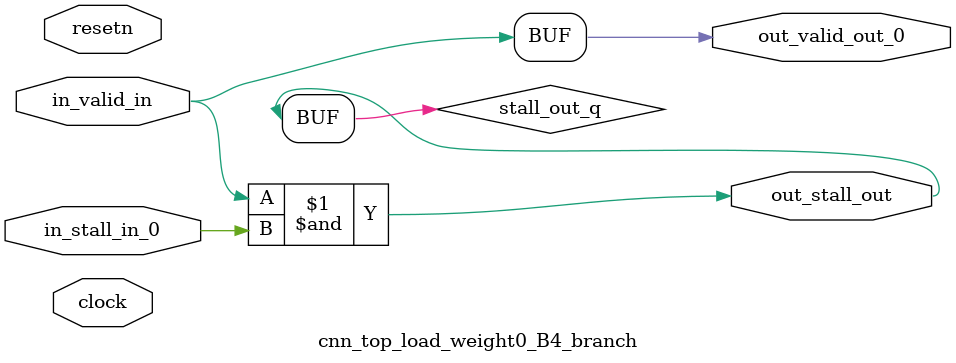
<source format=sv>



(* altera_attribute = "-name AUTO_SHIFT_REGISTER_RECOGNITION OFF; -name MESSAGE_DISABLE 10036; -name MESSAGE_DISABLE 10037; -name MESSAGE_DISABLE 14130; -name MESSAGE_DISABLE 14320; -name MESSAGE_DISABLE 15400; -name MESSAGE_DISABLE 14130; -name MESSAGE_DISABLE 10036; -name MESSAGE_DISABLE 12020; -name MESSAGE_DISABLE 12030; -name MESSAGE_DISABLE 12010; -name MESSAGE_DISABLE 12110; -name MESSAGE_DISABLE 14320; -name MESSAGE_DISABLE 13410; -name MESSAGE_DISABLE 113007; -name MESSAGE_DISABLE 10958" *)
module cnn_top_load_weight0_B4_branch (
    input wire [0:0] in_stall_in_0,
    input wire [0:0] in_valid_in,
    output wire [0:0] out_stall_out,
    output wire [0:0] out_valid_out_0,
    input wire clock,
    input wire resetn
    );

    wire [0:0] stall_out_q;


    // stall_out(LOGICAL,6)
    assign stall_out_q = in_valid_in & in_stall_in_0;

    // out_stall_out(GPOUT,4)
    assign out_stall_out = stall_out_q;

    // out_valid_out_0(GPOUT,5)
    assign out_valid_out_0 = in_valid_in;

endmodule

</source>
